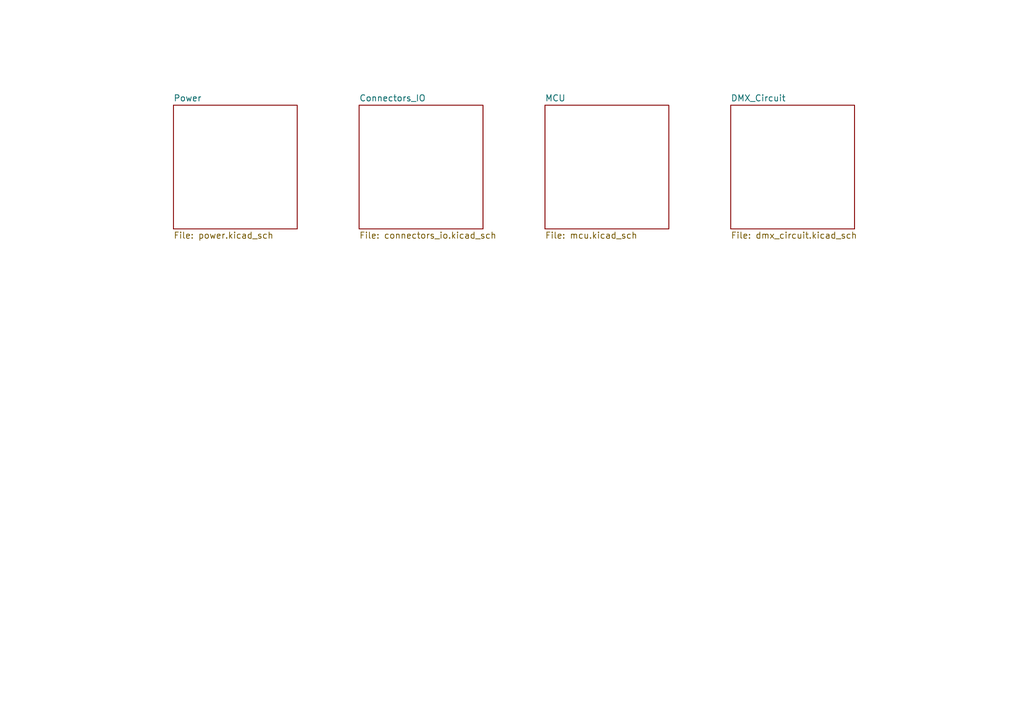
<source format=kicad_sch>
(kicad_sch
	(version 20250114)
	(generator "eeschema")
	(generator_version "9.0")
	(uuid "ef5f791b-6275-4df9-ae9f-81fc9bb96b68")
	(paper "A5")
	(title_block
		(title "Overview")
		(date "2025-03-21")
		(rev "1.0.0")
		(company "sauer-solutions")
	)
	(lib_symbols)
	(sheet
		(at 111.76 21.59)
		(size 25.4 25.4)
		(exclude_from_sim no)
		(in_bom yes)
		(on_board yes)
		(dnp no)
		(fields_autoplaced yes)
		(stroke
			(width 0.1524)
			(type solid)
		)
		(fill
			(color 0 0 0 0.0000)
		)
		(uuid "923ebc89-c32d-44cc-8914-3a7d1c239418")
		(property "Sheetname" "MCU"
			(at 111.76 20.8784 0)
			(effects
				(font
					(size 1.27 1.27)
				)
				(justify left bottom)
			)
		)
		(property "Sheetfile" "mcu.kicad_sch"
			(at 111.76 47.5746 0)
			(effects
				(font
					(size 1.27 1.27)
				)
				(justify left top)
			)
		)
		(instances
			(project "DMX-Adapter-small-V3"
				(path "/ef5f791b-6275-4df9-ae9f-81fc9bb96b68"
					(page "4")
				)
			)
		)
	)
	(sheet
		(at 73.66 21.59)
		(size 25.4 25.4)
		(exclude_from_sim no)
		(in_bom yes)
		(on_board yes)
		(dnp no)
		(fields_autoplaced yes)
		(stroke
			(width 0.1524)
			(type solid)
		)
		(fill
			(color 0 0 0 0.0000)
		)
		(uuid "95f5c172-f812-45b1-82e4-e35a8bca5dd3")
		(property "Sheetname" "Connectors_IO"
			(at 73.66 20.8784 0)
			(effects
				(font
					(size 1.27 1.27)
				)
				(justify left bottom)
			)
		)
		(property "Sheetfile" "connectors_io.kicad_sch"
			(at 73.66 47.5746 0)
			(effects
				(font
					(size 1.27 1.27)
				)
				(justify left top)
			)
		)
		(instances
			(project "DMX-Adapter-small-V3"
				(path "/ef5f791b-6275-4df9-ae9f-81fc9bb96b68"
					(page "3")
				)
			)
		)
	)
	(sheet
		(at 35.56 21.59)
		(size 25.4 25.4)
		(exclude_from_sim no)
		(in_bom yes)
		(on_board yes)
		(dnp no)
		(fields_autoplaced yes)
		(stroke
			(width 0.1524)
			(type solid)
		)
		(fill
			(color 0 0 0 0.0000)
		)
		(uuid "989cf3e8-7f0a-4420-ad25-65da54868bb2")
		(property "Sheetname" "Power"
			(at 35.56 20.8784 0)
			(effects
				(font
					(size 1.27 1.27)
				)
				(justify left bottom)
			)
		)
		(property "Sheetfile" "power.kicad_sch"
			(at 35.56 47.5746 0)
			(effects
				(font
					(size 1.27 1.27)
				)
				(justify left top)
			)
		)
		(instances
			(project "DMX-Adapter-small-V3"
				(path "/ef5f791b-6275-4df9-ae9f-81fc9bb96b68"
					(page "2")
				)
			)
		)
	)
	(sheet
		(at 149.86 21.59)
		(size 25.4 25.4)
		(exclude_from_sim no)
		(in_bom yes)
		(on_board yes)
		(dnp no)
		(fields_autoplaced yes)
		(stroke
			(width 0.1524)
			(type solid)
		)
		(fill
			(color 0 0 0 0.0000)
		)
		(uuid "eaa44aeb-6030-4d52-b7dd-ae6487a9eaea")
		(property "Sheetname" "DMX_Circuit"
			(at 149.86 20.8784 0)
			(effects
				(font
					(size 1.27 1.27)
				)
				(justify left bottom)
			)
		)
		(property "Sheetfile" "dmx_circuit.kicad_sch"
			(at 149.86 47.5746 0)
			(effects
				(font
					(size 1.27 1.27)
				)
				(justify left top)
			)
		)
		(instances
			(project "DMX-Adapter-small-V3"
				(path "/ef5f791b-6275-4df9-ae9f-81fc9bb96b68"
					(page "5")
				)
			)
		)
	)
	(sheet_instances
		(path "/"
			(page "1")
		)
	)
	(embedded_fonts no)
)

</source>
